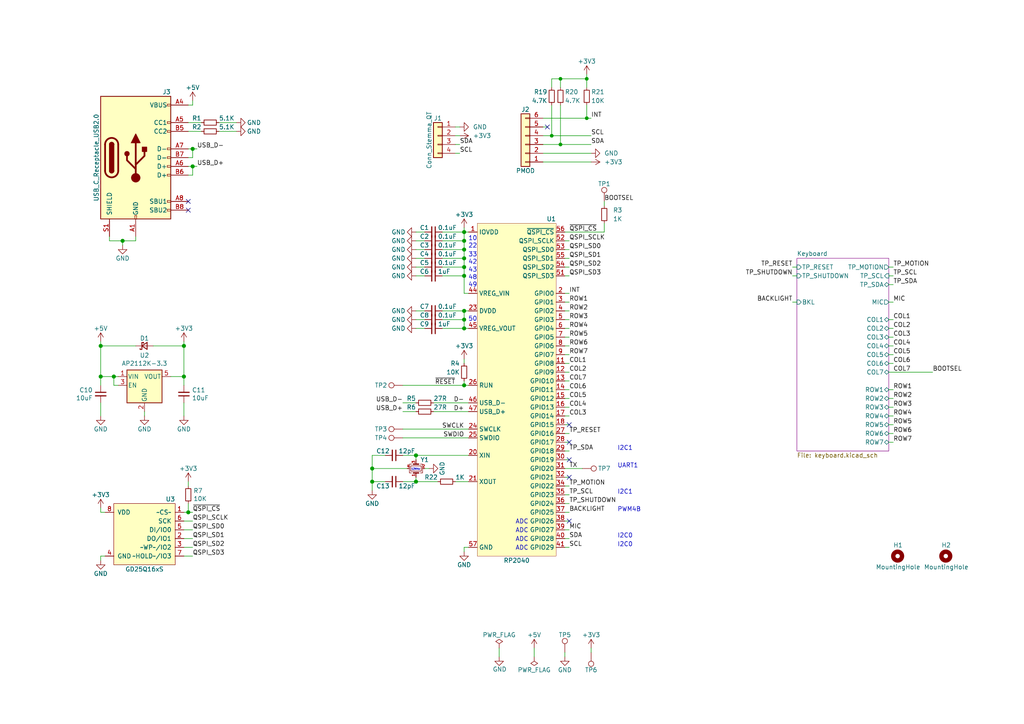
<source format=kicad_sch>
(kicad_sch (version 20250114) (generator "eeschema") (generator_version "9.0")
  (paper "A4")
  (lib_symbols
    (symbol "Connector:TestPoint" (pin_numbers (hide yes)) (pin_names (offset 0.762) (hide yes))
      (property "Reference" "TP" (at 0 6.858 0))
      (property "Value" "TestPoint" (at 0 5.08 0))
      (symbol "TestPoint_0_1"
        (circle (center 0 3.302) (radius 0.762))
      )
      (symbol "TestPoint_1_1"
        (pin passive line (at 0 0 90) (length 2.54) (name "1") (number "1"))
      )
    )
    (symbol "Connector:USB_C_Receptacle_USB2.0" (pin_names (offset 1.016))
      (property "Reference" "J" (at -10.16 19.05 0))
      (property "Value" "USB_C_Receptacle_USB2.0" (at 19.05 19.05 0))
      (symbol "USB_C_Receptacle_USB2.0_0_0"
        (rectangle (start -0.254 -17.78) (end 0.254 -16.764))
        (rectangle (start 10.16 15.494) (end 9.144 14.986))
        (rectangle (start 10.16 10.414) (end 9.144 9.906))
        (rectangle (start 10.16 7.874) (end 9.144 7.366))
        (rectangle (start 10.16 2.794) (end 9.144 2.286))
        (rectangle (start 10.16 0.254) (end 9.144 -0.254))
        (rectangle (start 10.16 -2.286) (end 9.144 -2.794))
        (rectangle (start 10.16 -4.826) (end 9.144 -5.334))
        (rectangle (start 10.16 -12.446) (end 9.144 -12.954))
        (rectangle (start 10.16 -14.986) (end 9.144 -15.494))
      )
      (symbol "USB_C_Receptacle_USB2.0_0_1"
        (rectangle (start -10.16 17.78) (end 10.16 -17.78) (stroke (width 0.254)) (fill (type background)))
        (polyline (pts (xy -8.89 -3.81) (xy -8.89 3.81)) (stroke (width 0.508)))
        (rectangle (start -7.62 -3.81) (end -6.35 3.81) (stroke (width 0.254)) (fill (type outline)))
        (arc (start -8.89 3.81) (mid -6.985 5.715) (end -5.08 3.81) (stroke (width 0.508)))
        (arc (start -7.62 3.81) (mid -6.985 4.445) (end -6.35 3.81) (stroke (width 0.254)))
        (arc (start -7.62 3.81) (mid -6.985 4.445) (end -6.35 3.81) (stroke (width 0.254)) (fill (type outline)))
        (arc (start -6.35 -3.81) (mid -6.985 -4.445) (end -7.62 -3.81) (stroke (width 0.254)))
        (arc (start -6.35 -3.81) (mid -6.985 -4.445) (end -7.62 -3.81) (stroke (width 0.254)) (fill (type outline)))
        (arc (start -5.08 -3.81) (mid -6.985 -5.715) (end -8.89 -3.81) (stroke (width 0.508)))
        (polyline (pts (xy -5.08 3.81) (xy -5.08 -3.81)) (stroke (width 0.508)))
        (circle (center -2.54 1.143) (radius 0.635) (stroke (width 0.254)) (fill (type outline)))
        (polyline (pts (xy -1.27 4.318) (xy 0 6.858) (xy 1.27 4.318) (xy -1.27 4.318)) (stroke (width 0.254)) (fill (type outline)))
        (polyline (pts (xy 0 -2.032) (xy 2.54 0.508) (xy 2.54 1.778)) (stroke (width 0.508)))
        (polyline (pts (xy 0 -3.302) (xy -2.54 -0.762) (xy -2.54 0.508)) (stroke (width 0.508)))
        (polyline (pts (xy 0 -5.842) (xy 0 4.318)) (stroke (width 0.508)))
        (circle (center 0 -5.842) (radius 1.27) (fill (type outline)))
        (rectangle (start 1.905 1.778) (end 3.175 3.048) (stroke (width 0.254)) (fill (type outline)))
      )
      (symbol "USB_C_Receptacle_USB2.0_1_1"
        (pin passive line (at -7.62 -22.86 90) (length 5.08) (name "SHIELD") (number "S1"))
        (pin passive line (at 0 -22.86 90) (length 5.08) (name "GND") (number "A1"))
        (pin passive line (at 0 -22.86 90) (length 5.08) (hide yes) (name "GND") (number "A12"))
        (pin passive line (at 0 -22.86 90) (length 5.08) (hide yes) (name "GND") (number "B1"))
        (pin passive line (at 0 -22.86 90) (length 5.08) (hide yes) (name "GND") (number "B12"))
        (pin passive line (at 15.24 15.24 180) (length 5.08) (name "VBUS") (number "A4"))
        (pin passive line (at 15.24 15.24 180) (length 5.08) (hide yes) (name "VBUS") (number "A9"))
        (pin passive line (at 15.24 15.24 180) (length 5.08) (hide yes) (name "VBUS") (number "B4"))
        (pin passive line (at 15.24 15.24 180) (length 5.08) (hide yes) (name "VBUS") (number "B9"))
        (pin bidirectional line (at 15.24 10.16 180) (length 5.08) (name "CC1") (number "A5"))
        (pin bidirectional line (at 15.24 7.62 180) (length 5.08) (name "CC2") (number "B5"))
        (pin bidirectional line (at 15.24 2.54 180) (length 5.08) (name "D-") (number "A7"))
        (pin bidirectional line (at 15.24 0 180) (length 5.08) (name "D-") (number "B7"))
        (pin bidirectional line (at 15.24 -2.54 180) (length 5.08) (name "D+") (number "A6"))
        (pin bidirectional line (at 15.24 -5.08 180) (length 5.08) (name "D+") (number "B6"))
        (pin bidirectional line (at 15.24 -12.7 180) (length 5.08) (name "SBU1") (number "A8"))
        (pin bidirectional line (at 15.24 -15.24 180) (length 5.08) (name "SBU2") (number "B8"))
      )
    )
    (symbol "Connector_Generic:Conn_01x04" (pin_names (offset 1.016) (hide yes))
      (property "Reference" "J" (at 0 5.08 0))
      (property "Value" "Conn_01x04" (at 0 -7.62 0))
      (symbol "Conn_01x04_1_1"
        (rectangle (start -1.27 3.81) (end 1.27 -6.35) (stroke (width 0.254)) (fill (type background)))
        (rectangle (start -1.27 2.667) (end 0 2.413) (stroke (width 0.1524)))
        (rectangle (start -1.27 0.127) (end 0 -0.127) (stroke (width 0.1524)))
        (rectangle (start -1.27 -2.413) (end 0 -2.667) (stroke (width 0.1524)))
        (rectangle (start -1.27 -4.953) (end 0 -5.207) (stroke (width 0.1524)))
        (pin passive line (at -5.08 2.54 0) (length 3.81) (name "Pin_1") (number "1"))
        (pin passive line (at -5.08 0 0) (length 3.81) (name "Pin_2") (number "2"))
        (pin passive line (at -5.08 -2.54 0) (length 3.81) (name "Pin_3") (number "3"))
        (pin passive line (at -5.08 -5.08 0) (length 3.81) (name "Pin_4") (number "4"))
      )
    )
    (symbol "Connector_Generic:Conn_01x06" (pin_names (offset 1.016) (hide yes))
      (property "Reference" "J" (at 0 7.62 0))
      (property "Value" "Conn_01x06" (at 0 -10.16 0))
      (symbol "Conn_01x06_1_1"
        (rectangle (start -1.27 6.35) (end 1.27 -8.89) (stroke (width 0.254)) (fill (type background)))
        (rectangle (start -1.27 5.207) (end 0 4.953) (stroke (width 0.1524)))
        (rectangle (start -1.27 2.667) (end 0 2.413) (stroke (width 0.1524)))
        (rectangle (start -1.27 0.127) (end 0 -0.127) (stroke (width 0.1524)))
        (rectangle (start -1.27 -2.413) (end 0 -2.667) (stroke (width 0.1524)))
        (rectangle (start -1.27 -4.953) (end 0 -5.207) (stroke (width 0.1524)))
        (rectangle (start -1.27 -7.493) (end 0 -7.747) (stroke (width 0.1524)))
        (pin passive line (at -5.08 5.08 0) (length 3.81) (name "Pin_1") (number "1"))
        (pin passive line (at -5.08 2.54 0) (length 3.81) (name "Pin_2") (number "2"))
        (pin passive line (at -5.08 0 0) (length 3.81) (name "Pin_3") (number "3"))
        (pin passive line (at -5.08 -2.54 0) (length 3.81) (name "Pin_4") (number "4"))
        (pin passive line (at -5.08 -5.08 0) (length 3.81) (name "Pin_5") (number "5"))
        (pin passive line (at -5.08 -7.62 0) (length 3.81) (name "Pin_6") (number "6"))
      )
    )
    (symbol "Device:C_Small" (pin_numbers (hide yes)) (pin_names (offset 0.254) (hide yes))
      (property "Reference" "C" (at 0.254 1.778 0))
      (property "Value" "C_Small" (at 0.254 -2.032 0))
      (symbol "C_Small_0_1"
        (polyline (pts (xy -1.524 0.508) (xy 1.524 0.508)) (stroke (width 0.3048)))
        (polyline (pts (xy -1.524 -0.508) (xy 1.524 -0.508)) (stroke (width 0.3302)))
      )
      (symbol "C_Small_1_1"
        (pin passive line (at 0 2.54 270) (length 2.032) (name "~") (number "1"))
        (pin passive line (at 0 -2.54 90) (length 2.032) (name "~") (number "2"))
      )
    )
    (symbol "Device:Crystal_GND24_Small" (pin_names (offset 1.016) (hide yes))
      (property "Reference" "Y" (at 1.27 4.445 0))
      (property "Value" "Crystal_GND24_Small" (at 1.27 2.54 0))
      (symbol "Crystal_GND24_Small_0_1"
        (polyline (pts (xy -1.27 1.27) (xy -1.27 1.905) (xy 1.27 1.905) (xy 1.27 1.27)))
        (polyline (pts (xy -1.27 -0.762) (xy -1.27 0.762)) (stroke (width 0.381)))
        (polyline (pts (xy -1.27 -1.27) (xy -1.27 -1.905) (xy 1.27 -1.905) (xy 1.27 -1.27)))
        (rectangle (start -0.762 -1.524) (end 0.762 1.524))
        (polyline (pts (xy 1.27 -0.762) (xy 1.27 0.762)) (stroke (width 0.381)))
      )
      (symbol "Crystal_GND24_Small_1_1"
        (pin passive line (at -2.54 0 0) (length 1.27) (name "1") (number "1"))
        (pin passive line (at 0 2.54 270) (length 0.635) (name "4") (number "4"))
        (pin passive line (at 0 -2.54 90) (length 0.635) (name "2") (number "2"))
        (pin passive line (at 2.54 0 180) (length 1.27) (name "3") (number "3"))
      )
    )
    (symbol "Device:D_Schottky_Small" (pin_numbers (hide yes)) (pin_names (offset 0.254) (hide yes))
      (property "Reference" "D" (at -1.27 2.032 0))
      (property "Value" "D_Schottky_Small" (at -7.112 -2.032 0))
      (symbol "D_Schottky_Small_0_1"
        (polyline (pts (xy -1.27 0.762) (xy -1.27 1.016) (xy -0.762 1.016) (xy -0.762 -1.016) (xy -0.254 -1.016) (xy -0.254 -0.762)) (stroke (width 0.254)))
        (polyline (pts (xy -0.762 0) (xy 0.762 0)))
        (polyline (pts (xy 0.762 -1.016) (xy -0.762 0) (xy 0.762 1.016) (xy 0.762 -1.016)) (stroke (width 0.254)))
      )
      (symbol "D_Schottky_Small_1_1"
        (pin passive line (at -2.54 0 0) (length 1.778) (name "K") (number "1"))
        (pin passive line (at 2.54 0 180) (length 1.778) (name "A") (number "2"))
      )
    )
    (symbol "Device:R_Small" (pin_numbers (hide yes)) (pin_names (offset 0.254) (hide yes))
      (property "Reference" "R" (at 0.762 0.508 0))
      (property "Value" "R_Small" (at 0.762 -1.016 0))
      (symbol "R_Small_0_1"
        (rectangle (start -0.762 1.778) (end 0.762 -1.778) (stroke (width 0.2032)))
      )
      (symbol "R_Small_1_1"
        (pin passive line (at 0 2.54 270) (length 0.762) (name "~") (number "1"))
        (pin passive line (at 0 -2.54 90) (length 0.762) (name "~") (number "2"))
      )
    )
    (symbol "MCU_RaspberryPi:RP2040"
      (property "Reference" "U" (at 11.43 1.27 0))
      (property "Value" "RP2040" (at 0 -97.79 0))
      (symbol "RP2040_0_0"
        (pin power_in line (at -13.97 -2.54 0) (length 2.54) (name "IOVDD") (number "1"))
        (pin passive line (at -13.97 -2.54 0) (length 2.54) (hide yes) (name "IOVDD") (number "10"))
        (pin bidirectional line (at 13.97 -20.32 180) (length 2.54) (name "GPIO0") (number "2"))
        (pin bidirectional line (at 13.97 -22.86 180) (length 2.54) (name "GPIO1") (number "3"))
        (pin bidirectional line (at 13.97 -25.4 180) (length 2.54) (name "GPIO2") (number "4"))
        (pin bidirectional line (at 13.97 -27.94 180) (length 2.54) (name "GPIO3") (number "5"))
        (pin bidirectional line (at 13.97 -30.48 180) (length 2.54) (name "GPIO4") (number "6"))
        (pin bidirectional line (at 13.97 -33.02 180) (length 2.54) (name "GPIO5") (number "7"))
        (pin bidirectional line (at 13.97 -35.56 180) (length 2.54) (name "GPIO6") (number "8"))
        (pin bidirectional line (at 13.97 -38.1 180) (length 2.54) (name "GPIO7") (number "9"))
        (pin bidirectional line (at 13.97 -40.64 180) (length 2.54) (name "GPIO8") (number "11"))
      )
      (symbol "RP2040_0_1"
        (rectangle (start -11.43 0) (end 11.43 -96.52) (stroke (width 0.001)) (fill (type background)))
      )
      (symbol "RP2040_1_1"
        (pin passive line (at -13.97 -2.54 0) (length 2.54) (hide yes) (name "IOVDD") (number "22"))
        (pin passive line (at -13.97 -2.54 0) (length 2.54) (hide yes) (name "IOVDD") (number "33"))
        (pin passive line (at -13.97 -2.54 0) (length 2.54) (hide yes) (name "IOVDD") (number "42"))
        (pin passive line (at -13.97 -2.54 0) (length 2.54) (hide yes) (name "ADC_AVDD") (number "43"))
        (pin passive line (at -13.97 -2.54 0) (length 2.54) (hide yes) (name "USB_VDD") (number "48"))
        (pin passive line (at -13.97 -2.54 0) (length 2.54) (hide yes) (name "IOVDD") (number "49"))
        (pin power_in line (at -13.97 -20.32 0) (length 2.54) (name "VREG_VIN") (number "44"))
        (pin power_in line (at -13.97 -25.4 0) (length 2.54) (name "DVDD") (number "23"))
        (pin passive line (at -13.97 -25.4 0) (length 2.54) (hide yes) (name "DVDD") (number "50"))
        (pin power_out line (at -13.97 -30.48 0) (length 2.54) (name "VREG_VOUT") (number "45"))
        (pin input line (at -13.97 -46.99 0) (length 2.54) (name "RUN") (number "26"))
        (pin bidirectional line (at -13.97 -52.07 0) (length 2.54) (name "USB_D-") (number "46"))
        (pin bidirectional line (at -13.97 -54.61 0) (length 2.54) (name "USB_D+") (number "47"))
        (pin input line (at -13.97 -59.69 0) (length 2.54) (name "SWCLK") (number "24"))
        (pin bidirectional line (at -13.97 -62.23 0) (length 2.54) (name "SWDIO") (number "25"))
        (pin input line (at -13.97 -67.31 0) (length 2.54) (name "XIN") (number "20"))
        (pin output line (at -13.97 -74.93 0) (length 2.54) (name "XOUT") (number "21"))
        (pin passive line (at -13.97 -93.98 0) (length 2.54) (hide yes) (name "TESTEN") (number "19"))
        (pin power_in line (at -13.97 -93.98 0) (length 2.54) (name "GND") (number "57"))
        (pin input line (at 13.97 -2.54 180) (length 2.54) (name "~{QSPI_CS}") (number "56"))
        (pin output line (at 13.97 -5.08 180) (length 2.54) (name "QSPI_SCLK") (number "52"))
        (pin bidirectional line (at 13.97 -7.62 180) (length 2.54) (name "QSPI_SD0") (number "53"))
        (pin bidirectional line (at 13.97 -10.16 180) (length 2.54) (name "QSPI_SD1") (number "55"))
        (pin bidirectional line (at 13.97 -12.7 180) (length 2.54) (name "QSPI_SD2") (number "54"))
        (pin bidirectional line (at 13.97 -15.24 180) (length 2.54) (name "QSPI_SD3") (number "51"))
        (pin bidirectional line (at 13.97 -43.18 180) (length 2.54) (name "GPIO9") (number "12"))
        (pin bidirectional line (at 13.97 -45.72 180) (length 2.54) (name "GPIO10") (number "13"))
        (pin bidirectional line (at 13.97 -48.26 180) (length 2.54) (name "GPIO11") (number "14"))
        (pin bidirectional line (at 13.97 -50.8 180) (length 2.54) (name "GPIO12") (number "15"))
        (pin bidirectional line (at 13.97 -53.34 180) (length 2.54) (name "GPIO13") (number "16"))
        (pin bidirectional line (at 13.97 -55.88 180) (length 2.54) (name "GPIO14") (number "17"))
        (pin bidirectional line (at 13.97 -58.42 180) (length 2.54) (name "GPIO15") (number "18"))
        (pin bidirectional line (at 13.97 -60.96 180) (length 2.54) (name "GPIO16") (number "27"))
        (pin bidirectional line (at 13.97 -63.5 180) (length 2.54) (name "GPIO17") (number "28"))
        (pin bidirectional line (at 13.97 -66.04 180) (length 2.54) (name "GPIO18") (number "29"))
        (pin bidirectional line (at 13.97 -68.58 180) (length 2.54) (name "GPIO19") (number "30"))
        (pin bidirectional line (at 13.97 -71.12 180) (length 2.54) (name "GPIO20") (number "31"))
        (pin bidirectional line (at 13.97 -73.66 180) (length 2.54) (name "GPIO21") (number "32"))
        (pin bidirectional line (at 13.97 -76.2 180) (length 2.54) (name "GPIO22") (number "34"))
        (pin bidirectional line (at 13.97 -78.74 180) (length 2.54) (name "GPIO23") (number "35"))
        (pin bidirectional line (at 13.97 -81.28 180) (length 2.54) (name "GPIO24") (number "36"))
        (pin bidirectional line (at 13.97 -83.82 180) (length 2.54) (name "GPIO25") (number "37"))
        (pin bidirectional line (at 13.97 -86.36 180) (length 2.54) (name "GPIO26") (number "38"))
        (pin bidirectional line (at 13.97 -88.9 180) (length 2.54) (name "GPIO27") (number "39"))
        (pin bidirectional line (at 13.97 -91.44 180) (length 2.54) (name "GPIO28") (number "40"))
        (pin bidirectional line (at 13.97 -93.98 180) (length 2.54) (name "GPIO29") (number "41"))
      )
    )
    (symbol "Mechanical:MountingHole" (pin_names (offset 1.016))
      (property "Reference" "H" (at 0 5.08 0))
      (property "Value" "MountingHole" (at 0 3.175 0))
      (symbol "MountingHole_0_1"
        (circle (center 0 0) (radius 1.27) (stroke (width 1.27)))
      )
    )
    (symbol "Memory_Flash_Extra:W25Q64JV" (pin_names (offset 1.016))
      (property "Reference" "U" (at 8.89 10.16 0))
      (property "Value" "W25Q64JV" (at 0 -10.16 0))
      (symbol "W25Q64JV_0_1"
        (rectangle (start -8.89 8.89) (end 8.89 -8.89) (fill (type background)))
      )
      (symbol "W25Q64JV_1_1"
        (pin power_in line (at -11.43 6.35 0) (length 2.54) (name "VDD") (number "8"))
        (pin power_in line (at -11.43 -6.35 0) (length 2.54) (name "GND") (number "4"))
        (pin passive line (at -11.43 -6.35 0) (length 2.54) (hide yes) (name "GND") (number "9"))
        (pin input line (at 11.43 6.35 180) (length 2.54) (name "~CS~") (number "1"))
        (pin input line (at 11.43 3.81 180) (length 2.54) (name "SCK") (number "6"))
        (pin bidirectional line (at 11.43 1.27 180) (length 2.54) (name "DI/IO0") (number "5"))
        (pin bidirectional line (at 11.43 -1.27 180) (length 2.54) (name "DO/IO1") (number "2"))
        (pin bidirectional line (at 11.43 -3.81 180) (length 2.54) (name "~WP~/IO2") (number "3"))
        (pin bidirectional line (at 11.43 -6.35 180) (length 2.54) (name "~HOLD~/IO3") (number "7"))
      )
    )
    (symbol "Regulator_Linear:AP2112K-3.3" (pin_names (offset 0.254))
      (property "Reference" "U" (at -5.08 5.715 0))
      (property "Value" "AP2112K-3.3" (at 0 5.715 0))
      (symbol "AP2112K-3.3_0_1"
        (rectangle (start -5.08 4.445) (end 5.08 -5.08) (stroke (width 0.254)) (fill (type background)))
      )
      (symbol "AP2112K-3.3_1_1"
        (pin power_in line (at -7.62 2.54 0) (length 2.54) (name "VIN") (number "1"))
        (pin input line (at -7.62 0 0) (length 2.54) (name "EN") (number "3"))
        (pin power_in line (at 0 -7.62 90) (length 2.54) (name "GND") (number "2"))
        (pin no_connect line (at 5.08 0 180) (length 2.54) (hide yes) (name "NC") (number "4"))
        (pin power_out line (at 7.62 2.54 180) (length 2.54) (name "VOUT") (number "5"))
      )
    )
    (symbol "power:+3.3V" (power) (pin_names (offset 0))
      (property "Value" "+3.3V" (at 0 3.556 0))
      (symbol "+3.3V_0_1"
        (polyline (pts (xy -0.762 1.27) (xy 0 2.54)))
        (polyline (pts (xy 0 2.54) (xy 0.762 1.27)))
        (polyline (pts (xy 0 0) (xy 0 2.54)))
      )
      (symbol "+3.3V_1_1"
        (pin power_in line (at 0 0 90) (length 0) (hide yes) (name "+3V3") (number "1"))
      )
    )
    (symbol "power:+3V3" (power) (pin_names (offset 0))
      (property "Value" "+3V3" (at 0 3.556 0))
      (symbol "+3V3_0_1"
        (polyline (pts (xy -0.762 1.27) (xy 0 2.54)))
        (polyline (pts (xy 0 2.54) (xy 0.762 1.27)))
        (polyline (pts (xy 0 0) (xy 0 2.54)))
      )
      (symbol "+3V3_1_1"
        (pin power_in line (at 0 0 90) (length 0) (hide yes) (name "+3V3") (number "1"))
      )
    )
    (symbol "power:+5V" (power) (pin_names (offset 0))
      (property "Value" "+5V" (at 0 3.556 0))
      (symbol "+5V_0_1"
        (polyline (pts (xy -0.762 1.27) (xy 0 2.54)))
        (polyline (pts (xy 0 2.54) (xy 0.762 1.27)))
        (polyline (pts (xy 0 0) (xy 0 2.54)))
      )
      (symbol "+5V_1_1"
        (pin power_in line (at 0 0 90) (length 0) (hide yes) (name "+5V") (number "1"))
      )
    )
    (symbol "power:GND" (power) (pin_names (offset 0))
      (property "Value" "GND" (at 0 -3.81 0))
      (symbol "GND_0_1"
        (polyline (pts (xy 0 0) (xy 0 -1.27) (xy 1.27 -1.27) (xy 0 -2.54) (xy -1.27 -1.27) (xy 0 -1.27)))
      )
      (symbol "GND_1_1"
        (pin power_in line (at 0 0 270) (length 0) (hide yes) (name "GND") (number "1"))
      )
    )
    (symbol "power:PWR_FLAG" (power) (pin_numbers (hide yes)) (pin_names (offset 0) (hide yes))
      (property "Value" "PWR_FLAG" (at 0 3.81 0))
      (symbol "PWR_FLAG_0_0"
        (pin power_out line (at 0 0 90) (length 0) (name "pwr") (number "1"))
      )
      (symbol "PWR_FLAG_0_1"
        (polyline (pts (xy 0 0) (xy 0 1.27) (xy -1.016 1.905) (xy 0 2.54) (xy 1.016 1.905) (xy 0 1.27)))
      )
    )
  )
  (text "42" (at 138.43 76.835 0) (effects (font (size 1.27 1.27)) (justify right bottom)))
  (text "I2C0\n" (at 179.07 158.75 0) (effects (font (size 1.27 1.27)) (justify left bottom)))
  (text "33" (at 138.43 74.676 0) (effects (font (size 1.27 1.27)) (justify right bottom)))
  (text "I2C1\n" (at 179.07 143.51 0) (effects (font (size 1.27 1.27)) (justify left bottom)))
  (text "43" (at 138.43 79.121 0) (effects (font (size 1.27 1.27)) (justify right bottom)))
  (text "50" (at 138.43 93.345 0) (effects (font (size 1.27 1.27)) (justify right bottom)))
  (text "I2C0\n" (at 179.07 156.21 0) (effects (font (size 1.27 1.27)) (justify left bottom)))
  (text "PWM4B" (at 179.07 148.59 0) (effects (font (size 1.27 1.27)) (justify left bottom)))
  (text "22" (at 138.43 72.136 0) (effects (font (size 1.27 1.27)) (justify right bottom)))
  (text "48" (at 138.43 81.28 0) (effects (font (size 1.27 1.27)) (justify right bottom)))
  (text "49" (at 138.43 83.439 0) (effects (font (size 1.27 1.27)) (justify right bottom)))
  (text "UART1" (at 179.07 135.89 0) (effects (font (size 1.27 1.27)) (justify left bottom)))
  (text "ADC" (at 149.479 154.686 0) (effects (font (size 1.27 1.27)) (justify left bottom)))
  (text "10" (at 138.43 69.977 0) (effects (font (size 1.27 1.27)) (justify right bottom)))
  (text "12MHz" (at 121.92 136.525 0) (effects (font (size 0.508 0.508)) (justify right bottom)))
  (text "ADC" (at 149.479 159.766 0) (effects (font (size 1.27 1.27)) (justify left bottom)))
  (text "ADC" (at 149.479 152.146 0) (effects (font (size 1.27 1.27)) (justify left bottom)))
  (text "I2C1\n" (at 179.07 130.81 0) (effects (font (size 1.27 1.27)) (justify left bottom)))
  (text "ADC" (at 149.479 157.226 0) (effects (font (size 1.27 1.27)) (justify left bottom)))
  (junction (at 134.62 90.17) (diameter 1.016))
  (junction (at 134.62 95.25) (diameter 1.016))
  (junction (at 162.56 41.91))
  (junction (at 53.34 109.22) (diameter 1.016))
  (junction (at 134.62 74.93) (diameter 1.016))
  (junction (at 170.18 34.29))
  (junction (at 33.02 109.22) (diameter 1.016))
  (junction (at 35.56 69.85) (diameter 1.016))
  (junction (at 134.62 77.47) (diameter 1.016))
  (junction (at 134.62 111.76) (diameter 1.016))
  (junction (at 160.02 39.37))
  (junction (at 29.21 109.22) (diameter 1.016))
  (junction (at 120.65 139.7) (diameter 1.016))
  (junction (at 55.88 43.18) (diameter 1.016))
  (junction (at 162.56 22.86))
  (junction (at 134.62 69.85) (diameter 1.016))
  (junction (at 107.95 139.7) (diameter 1.016))
  (junction (at 120.65 132.08) (diameter 1.016))
  (junction (at 134.62 67.31) (diameter 1.016))
  (junction (at 134.62 80.01) (diameter 1.016))
  (junction (at 134.62 92.71) (diameter 1.016))
  (junction (at 134.62 72.39) (diameter 1.016))
  (junction (at 54.61 148.59) (diameter 1.016))
  (junction (at 29.21 100.33) (diameter 1.016))
  (junction (at 53.34 100.33) (diameter 1.016))
  (junction (at 107.95 135.89) (diameter 1.016))
  (junction (at 55.88 48.26) (diameter 1.016))
  (junction (at 170.18 22.86))
  (no_connect (at 165.1 128.27))
  (no_connect (at 165.1 133.35))
  (no_connect (at 165.1 138.43))
  (no_connect (at 54.61 60.96))
  (no_connect (at 158.75 36.83))
  (no_connect (at 165.1 123.19))
  (no_connect (at 54.61 58.42))
  (no_connect (at 165.1 151.13))
  (wire (pts (xy 163.83 153.67) (xy 165.1 153.67)))
  (wire (pts (xy 134.62 111.76) (xy 135.89 111.76)))
  (wire (pts (xy 53.34 158.75) (xy 55.88 158.75)))
  (wire (pts (xy 175.26 58.42) (xy 175.26 59.69)))
  (wire (pts (xy 128.27 90.17) (xy 134.62 90.17)))
  (wire (pts (xy 134.62 95.25) (xy 134.62 92.71)))
  (wire (pts (xy 120.65 74.93) (xy 123.19 74.93)))
  (wire (pts (xy 257.81 100.33) (xy 259.08 100.33)))
  (wire (pts (xy 163.83 97.79) (xy 165.1 97.79)))
  (wire (pts (xy 163.83 143.51) (xy 165.1 143.51)))
  (wire (pts (xy 116.84 124.46) (xy 135.89 124.46)))
  (wire (pts (xy 257.81 123.19) (xy 259.08 123.19)))
  (wire (pts (xy 134.62 80.01) (xy 134.62 85.09)))
  (wire (pts (xy 53.34 148.59) (xy 54.61 148.59)))
  (wire (pts (xy 29.21 109.22) (xy 33.02 109.22)))
  (wire (pts (xy 163.83 138.43) (xy 165.1 138.43)))
  (wire (pts (xy 123.19 135.89) (xy 124.46 135.89)))
  (wire (pts (xy 163.83 133.35) (xy 165.1 133.35)))
  (wire (pts (xy 163.83 90.17) (xy 165.1 90.17)))
  (wire (pts (xy 39.37 68.58) (xy 39.37 69.85)))
  (wire (pts (xy 170.18 30.48) (xy 170.18 34.29)))
  (wire (pts (xy 163.83 156.21) (xy 165.1 156.21)))
  (wire (pts (xy 163.83 151.13) (xy 165.1 151.13)))
  (wire (pts (xy 257.81 80.01) (xy 259.08 80.01)))
  (wire (pts (xy 163.83 130.81) (xy 165.1 130.81)))
  (wire (pts (xy 118.11 135.89) (xy 107.95 135.89)))
  (wire (pts (xy 120.65 139.7) (xy 127 139.7)))
  (wire (pts (xy 35.56 69.85) (xy 31.75 69.85)))
  (wire (pts (xy 134.62 104.14) (xy 134.62 105.41)))
  (wire (pts (xy 257.81 125.73) (xy 259.08 125.73)))
  (wire (pts (xy 53.34 116.84) (xy 53.34 120.65)))
  (wire (pts (xy 157.48 41.91) (xy 162.56 41.91)))
  (wire (pts (xy 162.56 41.91) (xy 171.45 41.91)))
  (wire (pts (xy 134.62 67.31) (xy 135.89 67.31)))
  (wire (pts (xy 229.87 80.01) (xy 231.14 80.01)))
  (wire (pts (xy 128.27 67.31) (xy 134.62 67.31)))
  (wire (pts (xy 120.65 80.01) (xy 123.19 80.01)))
  (wire (pts (xy 163.83 189.23) (xy 163.83 190.5)))
  (wire (pts (xy 162.56 22.86) (xy 170.18 22.86)))
  (wire (pts (xy 54.61 48.26) (xy 55.88 48.26)))
  (wire (pts (xy 134.62 158.75) (xy 134.62 160.02)))
  (wire (pts (xy 55.88 148.59) (xy 54.61 148.59)))
  (wire (pts (xy 165.1 72.39) (xy 163.83 72.39)))
  (wire (pts (xy 31.75 69.85) (xy 31.75 68.58)))
  (wire (pts (xy 163.83 140.97) (xy 165.1 140.97)))
  (wire (pts (xy 163.83 128.27) (xy 165.1 128.27)))
  (wire (pts (xy 171.45 187.96) (xy 171.45 189.23)))
  (wire (pts (xy 120.65 95.25) (xy 123.19 95.25)))
  (wire (pts (xy 54.61 30.48) (xy 55.88 30.48)))
  (wire (pts (xy 257.81 113.03) (xy 259.08 113.03)))
  (wire (pts (xy 135.89 158.75) (xy 134.62 158.75)))
  (wire (pts (xy 229.87 77.47) (xy 231.14 77.47)))
  (wire (pts (xy 257.81 87.63) (xy 259.08 87.63)))
  (wire (pts (xy 134.62 77.47) (xy 134.62 80.01)))
  (wire (pts (xy 128.27 95.25) (xy 134.62 95.25)))
  (wire (pts (xy 163.83 110.49) (xy 165.1 110.49)))
  (wire (pts (xy 165.1 69.85) (xy 163.83 69.85)))
  (wire (pts (xy 63.5 38.1) (xy 68.58 38.1)))
  (wire (pts (xy 165.1 80.01) (xy 163.83 80.01)))
  (wire (pts (xy 54.61 139.7) (xy 54.61 140.97)))
  (wire (pts (xy 257.81 115.57) (xy 259.08 115.57)))
  (wire (pts (xy 55.88 48.26) (xy 57.15 48.26)))
  (wire (pts (xy 162.56 30.48) (xy 162.56 41.91)))
  (wire (pts (xy 44.45 100.33) (xy 53.34 100.33)))
  (wire (pts (xy 163.83 135.89) (xy 168.91 135.89)))
  (wire (pts (xy 163.83 115.57) (xy 165.1 115.57)))
  (wire (pts (xy 120.65 92.71) (xy 123.19 92.71)))
  (wire (pts (xy 134.62 90.17) (xy 135.89 90.17)))
  (wire (pts (xy 120.65 72.39) (xy 123.19 72.39)))
  (wire (pts (xy 34.29 111.76) (xy 33.02 111.76)))
  (wire (pts (xy 163.83 146.05) (xy 165.1 146.05)))
  (wire (pts (xy 257.81 82.55) (xy 259.08 82.55)))
  (wire (pts (xy 116.84 127) (xy 135.89 127)))
  (wire (pts (xy 157.48 34.29) (xy 170.18 34.29)))
  (wire (pts (xy 170.18 34.29) (xy 171.45 34.29)))
  (wire (pts (xy 170.18 21.59) (xy 170.18 22.86)))
  (wire (pts (xy 170.18 22.86) (xy 170.18 25.4)))
  (wire (pts (xy 29.21 100.33) (xy 29.21 109.22)))
  (wire (pts (xy 120.65 77.47) (xy 123.19 77.47)))
  (wire (pts (xy 257.81 95.25) (xy 259.08 95.25)))
  (wire (pts (xy 120.65 67.31) (xy 123.19 67.31)))
  (wire (pts (xy 53.34 109.22) (xy 53.34 111.76)))
  (wire (pts (xy 55.88 30.48) (xy 55.88 29.21)))
  (wire (pts (xy 163.83 125.73) (xy 165.1 125.73)))
  (wire (pts (xy 120.65 132.08) (xy 135.89 132.08)))
  (wire (pts (xy 128.27 74.93) (xy 134.62 74.93)))
  (wire (pts (xy 120.65 69.85) (xy 123.19 69.85)))
  (wire (pts (xy 107.95 132.08) (xy 107.95 135.89)))
  (wire (pts (xy 55.88 50.8) (xy 55.88 48.26)))
  (wire (pts (xy 53.34 151.13) (xy 55.88 151.13)))
  (wire (pts (xy 128.27 69.85) (xy 134.62 69.85)))
  (wire (pts (xy 125.73 116.84) (xy 135.89 116.84)))
  (wire (pts (xy 135.89 85.09) (xy 134.62 85.09)))
  (wire (pts (xy 257.81 77.47) (xy 259.08 77.47)))
  (wire (pts (xy 30.48 148.59) (xy 29.21 148.59)))
  (wire (pts (xy 163.83 102.87) (xy 165.1 102.87)))
  (wire (pts (xy 116.84 119.38) (xy 120.65 119.38)))
  (wire (pts (xy 53.34 99.06) (xy 53.34 100.33)))
  (wire (pts (xy 53.34 100.33) (xy 53.34 109.22)))
  (wire (pts (xy 132.08 139.7) (xy 135.89 139.7)))
  (wire (pts (xy 29.21 100.33) (xy 29.21 99.06)))
  (wire (pts (xy 39.37 100.33) (xy 29.21 100.33)))
  (wire (pts (xy 29.21 109.22) (xy 29.21 111.76)))
  (wire (pts (xy 128.27 72.39) (xy 134.62 72.39)))
  (wire (pts (xy 165.1 77.47) (xy 163.83 77.47)))
  (wire (pts (xy 157.48 39.37) (xy 160.02 39.37)))
  (wire (pts (xy 160.02 39.37) (xy 171.45 39.37)))
  (wire (pts (xy 257.81 118.11) (xy 259.08 118.11)))
  (wire (pts (xy 134.62 66.04) (xy 134.62 67.31)))
  (wire (pts (xy 257.81 92.71) (xy 259.08 92.71)))
  (wire (pts (xy 116.84 139.7) (xy 120.65 139.7)))
  (wire (pts (xy 54.61 148.59) (xy 54.61 146.05)))
  (wire (pts (xy 163.83 118.11) (xy 165.1 118.11)))
  (wire (pts (xy 128.27 92.71) (xy 134.62 92.71)))
  (wire (pts (xy 163.83 87.63) (xy 165.1 87.63)))
  (wire (pts (xy 144.78 187.96) (xy 144.78 190.5)))
  (wire (pts (xy 120.65 90.17) (xy 123.19 90.17)))
  (wire (pts (xy 163.83 148.59) (xy 165.1 148.59)))
  (wire (pts (xy 132.08 36.83) (xy 133.35 36.83)))
  (wire (pts (xy 157.48 36.83) (xy 158.75 36.83)))
  (wire (pts (xy 134.62 95.25) (xy 135.89 95.25)))
  (wire (pts (xy 54.61 50.8) (xy 55.88 50.8)))
  (wire (pts (xy 165.1 123.19) (xy 163.83 123.19)))
  (wire (pts (xy 163.83 85.09) (xy 165.1 85.09)))
  (wire (pts (xy 107.95 139.7) (xy 107.95 142.24)))
  (wire (pts (xy 120.65 132.08) (xy 120.65 133.35)))
  (wire (pts (xy 53.34 156.21) (xy 55.88 156.21)))
  (wire (pts (xy 29.21 116.84) (xy 29.21 120.65)))
  (wire (pts (xy 163.83 113.03) (xy 165.1 113.03)))
  (wire (pts (xy 116.84 111.76) (xy 134.62 111.76)))
  (wire (pts (xy 49.53 109.22) (xy 53.34 109.22)))
  (wire (pts (xy 55.88 45.72) (xy 55.88 43.18)))
  (wire (pts (xy 163.83 95.25) (xy 165.1 95.25)))
  (wire (pts (xy 29.21 161.29) (xy 29.21 162.56)))
  (wire (pts (xy 39.37 69.85) (xy 35.56 69.85)))
  (wire (pts (xy 163.83 100.33) (xy 165.1 100.33)))
  (wire (pts (xy 120.65 138.43) (xy 120.65 139.7)))
  (wire (pts (xy 54.61 35.56) (xy 58.42 35.56)))
  (wire (pts (xy 132.08 39.37) (xy 133.35 39.37)))
  (wire (pts (xy 157.48 46.99) (xy 171.45 46.99)))
  (wire (pts (xy 116.84 116.84) (xy 120.65 116.84)))
  (wire (pts (xy 57.15 43.18) (xy 55.88 43.18)))
  (wire (pts (xy 163.83 158.75) (xy 165.1 158.75)))
  (wire (pts (xy 35.56 69.85) (xy 35.56 71.12)))
  (wire (pts (xy 134.62 67.31) (xy 134.62 69.85)))
  (wire (pts (xy 134.62 72.39) (xy 134.62 74.93)))
  (wire (pts (xy 134.62 92.71) (xy 134.62 90.17)))
  (wire (pts (xy 125.73 119.38) (xy 135.89 119.38)))
  (wire (pts (xy 229.87 87.63) (xy 231.14 87.63)))
  (wire (pts (xy 257.81 107.95) (xy 270.51 107.95)))
  (wire (pts (xy 54.61 45.72) (xy 55.88 45.72)))
  (wire (pts (xy 154.94 187.96) (xy 154.94 190.5)))
  (wire (pts (xy 33.02 111.76) (xy 33.02 109.22)))
  (wire (pts (xy 63.5 35.56) (xy 68.58 35.56)))
  (wire (pts (xy 107.95 139.7) (xy 111.76 139.7)))
  (wire (pts (xy 163.83 107.95) (xy 165.1 107.95)))
  (wire (pts (xy 132.08 44.45) (xy 133.35 44.45)))
  (wire (pts (xy 257.81 120.65) (xy 259.08 120.65)))
  (wire (pts (xy 160.02 22.86) (xy 162.56 22.86)))
  (wire (pts (xy 160.02 25.4) (xy 160.02 22.86)))
  (wire (pts (xy 162.56 22.86) (xy 162.56 25.4)))
  (wire (pts (xy 30.48 161.29) (xy 29.21 161.29)))
  (wire (pts (xy 132.08 41.91) (xy 133.35 41.91)))
  (wire (pts (xy 53.34 153.67) (xy 55.88 153.67)))
  (wire (pts (xy 53.34 161.29) (xy 55.88 161.29)))
  (wire (pts (xy 128.27 77.47) (xy 134.62 77.47)))
  (wire (pts (xy 41.91 119.38) (xy 41.91 120.65)))
  (wire (pts (xy 160.02 30.48) (xy 160.02 39.37)))
  (wire (pts (xy 54.61 43.18) (xy 55.88 43.18)))
  (wire (pts (xy 134.62 74.93) (xy 134.62 77.47)))
  (wire (pts (xy 163.83 120.65) (xy 165.1 120.65)))
  (wire (pts (xy 134.62 69.85) (xy 134.62 72.39)))
  (wire (pts (xy 54.61 38.1) (xy 58.42 38.1)))
  (wire (pts (xy 34.29 109.22) (xy 33.02 109.22)))
  (wire (pts (xy 257.81 128.27) (xy 259.08 128.27)))
  (wire (pts (xy 107.95 132.08) (xy 111.76 132.08)))
  (wire (pts (xy 107.95 135.89) (xy 107.95 139.7)))
  (wire (pts (xy 134.62 111.76) (xy 134.62 110.49)))
  (wire (pts (xy 128.27 80.01) (xy 134.62 80.01)))
  (wire (pts (xy 175.26 67.31) (xy 175.26 64.77)))
  (wire (pts (xy 165.1 74.93) (xy 163.83 74.93)))
  (wire (pts (xy 257.81 105.41) (xy 259.08 105.41)))
  (wire (pts (xy 157.48 44.45) (xy 171.45 44.45)))
  (wire (pts (xy 163.83 92.71) (xy 165.1 92.71)))
  (wire (pts (xy 163.83 105.41) (xy 165.1 105.41)))
  (wire (pts (xy 163.83 67.31) (xy 175.26 67.31)))
  (wire (pts (xy 257.81 102.87) (xy 259.08 102.87)))
  (wire (pts (xy 29.21 148.59) (xy 29.21 147.32)))
  (wire (pts (xy 257.81 97.79) (xy 259.08 97.79)))
  (wire (pts (xy 116.84 132.08) (xy 120.65 132.08)))
  (label "USB_D-" (at 57.15 43.18 0))
  (label "D+" (at 134.62 119.38 180))
  (label "QSPI_SD2" (at 165.1 77.47 0))
  (label "MIC" (at 165.1 153.67 0))
  (label "COL3" (at 165.1 120.65 0))
  (label "COL4" (at 165.1 118.11 0))
  (label "ROW5" (at 259.08 123.19 0))
  (label "QSPI_SCLK" (at 165.1 69.85 0))
  (label "COL5" (at 165.1 115.57 0))
  (label "COL2" (at 165.1 107.95 0))
  (label "USB_D-" (at 116.84 116.84 180))
  (label "SCL" (at 133.35 44.45 0))
  (label "COL2" (at 259.08 95.25 0))
  (label "QSPI_SD3" (at 165.1 80.01 0))
  (label "QSPI_SD1" (at 55.88 156.21 0))
  (label "TP_MOTION" (at 165.1 140.97 0))
  (label "QSPI_SD0" (at 55.88 153.67 0))
  (label "ROW2" (at 165.1 90.17 0))
  (label "QSPI_SD2" (at 55.88 158.75 0))
  (label "ROW3" (at 165.1 92.71 0))
  (label "SDA" (at 171.45 41.91 0))
  (label "ROW4" (at 259.08 120.65 0))
  (label "ROW7" (at 165.1 102.87 0))
  (label "ROW1" (at 165.1 87.63 0))
  (label "INT" (at 165.1 85.09 0))
  (label "ROW5" (at 165.1 97.79 0))
  (label "USB_D+" (at 57.15 48.26 0))
  (label "SWDIO" (at 134.62 127 180))
  (label "ROW3" (at 259.08 118.11 0))
  (label "BOOTSEL" (at 175.26 58.42 0))
  (label "BACKLIGHT" (at 229.87 87.63 180))
  (label "COL6" (at 259.08 105.41 0))
  (label "SWCLK" (at 134.62 124.46 180))
  (label "TP_MOTION" (at 259.08 77.47 0))
  (label "SDA" (at 133.35 41.91 0))
  (label "COL5" (at 259.08 102.87 0))
  (label "COL1" (at 259.08 92.71 0))
  (label "ROW7" (at 259.08 128.27 0))
  (label "QSPI_SD0" (at 165.1 72.39 0))
  (label "QSPI_SD1" (at 165.1 74.93 0))
  (label "COL1" (at 165.1 105.41 0))
  (label "COL7" (at 259.08 107.95 0))
  (label "ROW2" (at 259.08 115.57 0))
  (label "BACKLIGHT" (at 165.1 148.59 0))
  (label "~{QSPI_CS}" (at 55.88 148.59 0))
  (label "SCL" (at 165.1 158.75 0))
  (label "ROW1" (at 259.08 113.03 0))
  (label "TP_SCL" (at 259.08 80.01 0))
  (label "SDA" (at 165.1 156.21 0))
  (label "TP_SHUTDOWN" (at 165.1 146.05 0))
  (label "COL7" (at 165.1 110.49 0))
  (label "TP_SHUTDOWN" (at 229.87 80.01 180))
  (label "TP_RESET" (at 229.87 77.47 180))
  (label "QSPI_SD3" (at 55.88 161.29 0))
  (label "TP_SDA" (at 259.08 82.55 0))
  (label "COL6" (at 165.1 113.03 0))
  (label "ROW6" (at 165.1 100.33 0))
  (label "D-" (at 134.62 116.84 180))
  (label "TX" (at 165.1 135.89 0))
  (label "USB_D+" (at 116.84 119.38 180))
  (label "TP_SCL" (at 165.1 143.51 0))
  (label "QSPI_SCLK" (at 55.88 151.13 0))
  (label "ROW6" (at 259.08 125.73 0))
  (label "INT" (at 171.45 34.29 0))
  (label "TP_SDA" (at 165.1 130.81 0))
  (label "SCL" (at 171.45 39.37 0))
  (label "~{QSPI_CS}" (at 165.1 67.31 0))
  (label "COL4" (at 259.08 100.33 0))
  (label "COL3" (at 259.08 97.79 0))
  (label "ROW4" (at 165.1 95.25 0))
  (label "BOOTSEL" (at 270.51 107.95 0))
  (label "MIC" (at 259.08 87.63 0))
  (label "~{RESET}" (at 132.08 111.76 180))
  (label "TP_RESET" (at 165.1 125.73 0))
  (symbol (lib_id "Device:R_Small") (at 123.19 119.38 270) (unit 1)
    (property "Reference" "R6" (at 120.65 118.11 90) (effects (justify right)))
    (property "Value" "27R" (at 125.73 118.11 90) (effects (justify left)))
    (property "Footprint" "Resistor_SMD:R_0603_1608Metric" (effects (hide yes)))
  )
  (symbol (lib_id "Device:Crystal_GND24_Small") (at 120.65 135.89 90) (unit 1)
    (property "Reference" "Y1" (at 121.92 133.35 90) (effects (justify right)))
    (property "Value" "XYDBPCNANF-12MHZ" (effects (hide yes)))
    (property "Footprint" "Crystal:Crystal_SMD_2520-4Pin_2.5x2.0mm" (effects (hide yes)))
    (property "LCSC" "C521567" (effects (hide yes)))
  )
  (symbol (lib_id "Device:C_Small") (at 125.73 74.93 270) (unit 1)
    (property "Reference" "C4" (at 124.46 73.66 90) (effects (justify right)))
    (property "Value" "0.1uF" (at 127 73.66 90) (effects (justify left)))
    (property "Footprint" "Capacitor_SMD:C_0603_1608Metric" (effects (hide yes)))
  )
  (symbol (lib_id "power:GND") (at 29.21 120.65 0) (unit 1)
    (property "Reference" "#PWR0113" (effects (hide yes)))
    (property "Value" "GND" (at 29.21 124.46 0))
  )
  (symbol (lib_id "power:+5V") (at 55.88 29.21 0) (unit 1)
    (property "Reference" "#PWR0104" (effects (hide yes)))
    (property "Value" "+5V" (at 55.88 25.4 0))
  )
  (symbol (lib_id "Connector:TestPoint") (at 175.26 58.42 0) (unit 1) (in_bom no)
    (property "Reference" "TP1" (at 175.26 53.34 0))
    (property "Value" "TP_USBBOOT" (effects (hide yes)))
    (property "Footprint" "TestPoint:TestPoint_Pad_D1.5mm" (effects (hide yes)))
  )
  (symbol (lib_id "MCU_RaspberryPi:RP2040") (at 149.86 64.77 0) (unit 1)
    (property "Reference" "U1" (at 161.29 63.5 0) (effects (justify right)))
    (property "Value" "RP2040" (at 149.86 162.56 0))
    (property "Footprint" "Package_DFN_QFN_Extra:QFN-56_EP_7x7_Pitch0.4mm" (effects (hide yes)))
    (property "Datasheet" "https://datasheets.raspberrypi.org/rp2040/rp2040_datasheet.pdf" (effects (hide yes)))
    (property "LCSC" "C2040" (effects (hide yes)))
  )
  (symbol (lib_id "Connector:TestPoint") (at 116.84 111.76 90) (unit 1) (in_bom no)
    (property "Reference" "TP2" (at 110.49 111.76 90))
    (property "Value" "TP_RESET" (effects (hide yes)))
    (property "Footprint" "TestPoint:TestPoint_Pad_D1.5mm" (effects (hide yes)))
  )
  (symbol (lib_id "power:GND") (at 120.65 72.39 270) (unit 1)
    (property "Reference" "#PWR0125" (effects (hide yes)))
    (property "Value" "GND" (at 115.57 72.39 90))
  )
  (symbol (lib_id "power:+3V3") (at 134.62 104.14 0) (mirror y) (unit 1)
    (property "Reference" "#PWR0133" (effects (hide yes)))
    (property "Value" "+3V3" (at 134.62 100.33 0))
  )
  (symbol (lib_id "power:GND") (at 41.91 120.65 0) (unit 1)
    (property "Reference" "#PWR0111" (effects (hide yes)))
    (property "Value" "GND" (at 41.91 124.46 0))
  )
  (symbol (lib_id "power:GND") (at 29.21 162.56 0) (mirror y) (unit 1)
    (property "Reference" "#PWR0117" (effects (hide yes)))
    (property "Value" "GND" (at 29.21 166.37 0))
  )
  (symbol (lib_id "power:GND") (at 120.65 90.17 270) (unit 1)
    (property "Reference" "#PWR0108" (effects (hide yes)))
    (property "Value" "GND" (at 115.57 90.17 90))
  )
  (symbol (lib_id "Device:C_Small") (at 125.73 92.71 270) (unit 1)
    (property "Reference" "C8" (at 124.46 91.44 90) (effects (justify right)))
    (property "Value" "0.1uF" (at 127 91.44 90) (effects (justify left)))
    (property "Footprint" "Capacitor_SMD:C_0603_1608Metric" (effects (hide yes)))
  )
  (symbol (lib_id "power:+3.3V") (at 134.62 66.04 0) (unit 1)
    (property "Reference" "#PWR0123" (effects (hide yes)))
    (property "Value" "+3V3" (at 134.62 62.23 0))
  )
  (symbol (lib_id "Device:C_Small") (at 125.73 67.31 270) (unit 1)
    (property "Reference" "C1" (at 124.46 66.04 90) (effects (justify right)))
    (property "Value" "0.1uF" (at 127 66.04 90) (effects (justify left)))
    (property "Footprint" "Capacitor_SMD:C_0603_1608Metric" (effects (hide yes)))
  )
  (symbol (lib_id "power:GND") (at 133.35 36.83 90) (unit 1)
    (property "Reference" "#PWR0128" (effects (hide yes)))
    (property "Value" "GND" (at 137.16 36.83 90) (effects (justify right)))
  )
  (symbol (lib_id "Device:R_Small") (at 129.54 139.7 270) (unit 1)
    (property "Reference" "R22" (at 127 138.43 90) (effects (justify right)))
    (property "Value" "1K" (at 132.08 138.43 90) (effects (justify left)))
    (property "Footprint" "Resistor_SMD:R_0603_1608Metric" (effects (hide yes)))
  )
  (symbol (lib_id "Connector:TestPoint") (at 116.84 124.46 90) (unit 1) (in_bom no)
    (property "Reference" "TP3" (at 110.49 124.46 90))
    (property "Value" "TP_SWCLK" (effects (hide yes)))
    (property "Footprint" "TestPoint:TestPoint_Pad_D1.5mm" (effects (hide yes)))
  )
  (symbol (lib_id "Connector:TestPoint") (at 163.83 189.23 0) (unit 1) (in_bom no)
    (property "Reference" "TP5" (at 163.83 184.15 0))
    (property "Value" "TP_GND" (effects (hide yes)))
    (property "Footprint" "TestPoint:TestPoint_Pad_D1.5mm" (effects (hide yes)))
  )
  (symbol (lib_id "power:+3.3V") (at 54.61 139.7 0) (mirror y) (unit 1)
    (property "Reference" "#PWR0118" (effects (hide yes)))
    (property "Value" "+3V3" (at 54.61 135.89 0))
  )
  (symbol (lib_id "Regulator_Linear:AP2112K-3.3") (at 41.91 111.76 0) (unit 1)
    (property "Reference" "U2" (at 41.91 103.0732 0))
    (property "Value" "AP2112K-3.3" (at 41.91 105.41 0))
    (property "Footprint" "Package_TO_SOT_SMD:SOT-23-5" (effects (hide yes)))
    (property "Datasheet" "https://www.diodes.com/assets/Datasheets/AP2112.pdf" (effects (hide yes)))
    (property "LCSC" "C51118" (effects (hide yes)))
  )
  (symbol (lib_id "Mechanical:MountingHole") (at 274.32 161.29 0) (unit 1) (in_bom no)
    (property "Reference" "H2" (at 273.05 158.115 0) (effects (justify left)))
    (property "Value" "MountingHole" (at 267.97 164.465 0) (effects (justify left)))
    (property "Footprint" "MountingHole:MountingHole_2.7mm_M2.5" (effects (hide yes)))
  )
  (symbol (lib_id "Device:R_Small") (at 162.56 27.94 0) (unit 1)
    (property "Reference" "R20" (at 163.83 26.6699 0) (effects (justify left)))
    (property "Value" "4.7K" (at 163.83 29.2099 0) (effects (justify left)))
    (property "Footprint" "Resistor_SMD:R_0603_1608Metric" (effects (hide yes)))
  )
  (symbol (lib_id "power:GND") (at 107.95 142.24 0) (unit 1)
    (property "Reference" "#PWR0122" (effects (hide yes)))
    (property "Value" "GND" (at 107.95 146.05 0))
  )
  (symbol (lib_id "power:+3.3V") (at 171.45 187.96 0) (unit 1) (in_bom no)
    (property "Reference" "#PWR0121" (effects (hide yes)))
    (property "Value" "+3V3" (at 171.45 184.15 0))
  )
  (symbol (lib_id "Device:C_Small") (at 114.3 139.7 270) (mirror x) (unit 1)
    (property "Reference" "C13" (at 113.03 140.97 90) (effects (justify right)))
    (property "Value" "12pF" (at 115.57 140.97 90) (effects (justify left)))
    (property "Footprint" "Capacitor_SMD:C_0603_1608Metric" (effects (hide yes)))
  )
  (symbol (lib_id "Memory_Flash_Extra:W25Q64JV") (at 41.91 154.94 0) (unit 1)
    (property "Reference" "U3" (at 50.8 144.78 0) (effects (justify right)))
    (property "Value" "GD25Q16xS" (at 41.91 165.1 0))
    (property "Footprint" "Package_SO:SSOP-8_5.25x5.24mm_P1.27mm" (effects (hide yes)))
    (property "LCSC" "C79074" (effects (hide yes)))
  )
  (symbol (lib_id "power:+3.3V") (at 29.21 147.32 0) (unit 1)
    (property "Reference" "#PWR0116" (effects (hide yes)))
    (property "Value" "+3V3" (at 29.21 143.51 0))
  )
  (symbol (lib_id "power:GND") (at 120.65 95.25 270) (unit 1)
    (property "Reference" "#PWR0110" (effects (hide yes)))
    (property "Value" "GND" (at 115.57 95.25 90))
  )
  (symbol (lib_id "Device:C_Small") (at 125.73 72.39 270) (unit 1)
    (property "Reference" "C3" (at 124.46 71.12 90) (effects (justify right)))
    (property "Value" "0.1uF" (at 127 71.12 90) (effects (justify left)))
    (property "Footprint" "Capacitor_SMD:C_0603_1608Metric" (effects (hide yes)))
  )
  (symbol (lib_id "power:GND") (at 124.46 135.89 90) (unit 1)
    (property "Reference" "#PWR0132" (effects (hide yes)))
    (property "Value" "GND" (at 128.27 135.89 0))
  )
  (symbol (lib_id "Connector:USB_C_Receptacle_USB2.0") (at 39.37 45.72 0) (unit 1)
    (property "Reference" "J3" (at 49.53 26.67 0) (effects (justify right)))
    (property "Value" "USB_C_Receptacle_USB2.0" (at 27.94 45.72 90))
    (property "Footprint" "Connector_USB:USB_C_Receptacle_HRO_TYPE-C-31-M-12" (effects (hide yes)))
    (property "Datasheet" "https://www.usb.org/sites/default/files/documents/usb_type-c.zip" (effects (hide yes)))
    (property "LCSC" "C165948" (effects (hide yes)))
  )
  (symbol (lib_id "Connector:TestPoint") (at 116.84 127 90) (unit 1) (in_bom no)
    (property "Reference" "TP4" (at 110.49 127 90))
    (property "Value" "TP_SWDIO" (effects (hide yes)))
    (property "Footprint" "TestPoint:TestPoint_Pad_D1.5mm" (effects (hide yes)))
  )
  (symbol (lib_id "power:+5V") (at 29.21 99.06 0) (unit 1)
    (property "Reference" "#PWR0115" (effects (hide yes)))
    (property "Value" "+5V" (at 29.21 95.25 0))
  )
  (symbol (lib_id "power:GND") (at 171.45 44.45 90) (unit 1)
    (property "Reference" "#PWR0130" (effects (hide yes)))
    (property "Value" "GND" (at 175.26 44.45 90) (effects (justify right)))
  )
  (symbol (lib_id "power:PWR_FLAG") (at 144.78 187.96 0) (unit 1)
    (property "Reference" "#FLG0102" (effects (hide yes)))
    (property "Value" "PWR_FLAG" (at 144.78 184.15 0))
  )
  (symbol (lib_id "power:GND") (at 120.65 67.31 270) (unit 1)
    (property "Reference" "#PWR0126" (effects (hide yes)))
    (property "Value" "GND" (at 115.57 67.31 90))
  )
  (symbol (lib_id "Device:R_Small") (at 60.96 38.1 270) (unit 1)
    (property "Reference" "R2" (at 58.42 36.83 90) (effects (justify right)))
    (property "Value" "5.1K" (at 63.5 36.83 90) (effects (justify left)))
    (property "Footprint" "Resistor_SMD:R_0603_1608Metric" (effects (hide yes)))
  )
  (symbol (lib_id "power:GND") (at 53.34 120.65 0) (mirror y) (unit 1)
    (property "Reference" "#PWR0112" (effects (hide yes)))
    (property "Value" "GND" (at 53.34 124.46 0))
  )
  (symbol (lib_id "Device:C_Small") (at 125.73 95.25 270) (unit 1)
    (property "Reference" "C9" (at 124.46 93.98 90) (effects (justify right)))
    (property "Value" "1uF" (at 127 93.98 90) (effects (justify left)))
    (property "Footprint" "Capacitor_SMD:C_0603_1608Metric" (effects (hide yes)))
  )
  (symbol (lib_id "Connector_Generic:Conn_01x04") (at 127 39.37 0) (mirror y) (unit 1)
    (property "Reference" "J1" (at 127 34.29 0))
    (property "Value" "Conn_Stemma_QT" (at 124.46 40.64 90))
    (property "Footprint" "Connector_JST:JST_SH_SM04B-SRSS-TB_1x04-1MP_P1.00mm_Horizontal" (effects (hide yes)))
    (property "LCSC" "C145956" (effects (hide yes)))
  )
  (symbol (lib_id "Device:C_Small") (at 114.3 132.08 270) (unit 1)
    (property "Reference" "C12" (at 113.03 130.81 90) (effects (justify right)))
    (property "Value" "12pF" (at 115.57 130.81 90) (effects (justify left)))
    (property "Footprint" "Capacitor_SMD:C_0603_1608Metric" (effects (hide yes)))
  )
  (symbol (lib_id "Connector:TestPoint") (at 171.45 189.23 180) (unit 1) (in_bom no)
    (property "Reference" "TP6" (at 171.45 194.31 0))
    (property "Value" "TP_3V3" (effects (hide yes)))
    (property "Footprint" "TestPoint:TestPoint_Pad_D1.5mm" (effects (hide yes)))
  )
  (symbol (lib_id "power:+3.3V") (at 53.34 99.06 0) (unit 1)
    (property "Reference" "#PWR0114" (effects (hide yes)))
    (property "Value" "+3V3" (at 53.34 95.25 0))
  )
  (symbol (lib_id "power:PWR_FLAG") (at 154.94 190.5 180) (unit 1)
    (property "Reference" "#FLG0101" (effects (hide yes)))
    (property "Value" "PWR_FLAG" (at 154.94 194.31 0))
  )
  (symbol (lib_id "power:GND") (at 134.62 160.02 0) (unit 1)
    (property "Reference" "#PWR0119" (effects (hide yes)))
    (property "Value" "GND" (at 134.62 163.83 0))
  )
  (symbol (lib_id "power:GND") (at 144.78 190.5 0) (unit 1)
    (property "Reference" "#PWR0159" (effects (hide yes)))
    (property "Value" "GND" (at 142.875 194.1194 0) (effects (justify left)))
  )
  (symbol (lib_id "Device:R_Small") (at 170.18 27.94 0) (unit 1)
    (property "Reference" "R21" (at 171.45 26.6699 0) (effects (justify left)))
    (property "Value" "10K" (at 171.45 29.2099 0) (effects (justify left)))
    (property "Footprint" "Resistor_SMD:R_0603_1608Metric" (effects (hide yes)))
  )
  (symbol (lib_id "Device:C_Small") (at 125.73 77.47 270) (unit 1)
    (property "Reference" "C5" (at 124.46 76.2 90) (effects (justify right)))
    (property "Value" "0.1uF" (at 127 76.2 90) (effects (justify left)))
    (property "Footprint" "Capacitor_SMD:C_0603_1608Metric" (effects (hide yes)))
  )
  (symbol (lib_id "Device:R_Small") (at 134.62 107.95 0) (mirror y) (unit 1)
    (property "Reference" "R4" (at 133.35 105.41 0) (effects (justify left)))
    (property "Value" "10K" (at 133.35 107.95 0) (effects (justify left)))
    (property "Footprint" "Resistor_SMD:R_0603_1608Metric" (effects (hide yes)))
  )
  (symbol (lib_id "Device:C_Small") (at 53.34 114.3 180) (unit 1)
    (property "Reference" "C11" (at 55.6768 113.1316 0) (effects (justify right)))
    (property "Value" "10uF" (at 55.6768 115.443 0) (effects (justify right)))
    (property "Footprint" "Capacitor_SMD:C_0603_1608Metric" (effects (hide yes)))
  )
  (symbol (lib_id "power:GND") (at 120.65 92.71 270) (unit 1)
    (property "Reference" "#PWR0109" (effects (hide yes)))
    (property "Value" "GND" (at 115.57 92.71 90))
  )
  (symbol (lib_id "power:GND") (at 68.58 38.1 90) (unit 1)
    (property "Reference" "#PWR0102" (effects (hide yes)))
    (property "Value" "GND" (at 73.66 38.1 90))
  )
  (symbol (lib_id "power:GND") (at 68.58 35.56 90) (unit 1)
    (property "Reference" "#PWR0103" (effects (hide yes)))
    (property "Value" "GND" (at 73.66 35.56 90))
  )
  (symbol (lib_id "Device:C_Small") (at 125.73 90.17 270) (unit 1)
    (property "Reference" "C7" (at 124.46 88.9 90) (effects (justify right)))
    (property "Value" "0.1uF" (at 127 88.9 90) (effects (justify left)))
    (property "Footprint" "Capacitor_SMD:C_0603_1608Metric" (effects (hide yes)))
  )
  (symbol (lib_id "power:GND") (at 120.65 80.01 270) (unit 1)
    (property "Reference" "#PWR0107" (effects (hide yes)))
    (property "Value" "GND" (at 115.57 80.01 90))
  )
  (symbol (lib_id "Device:R_Small") (at 175.26 62.23 0) (unit 1)
    (property "Reference" "R3" (at 177.8 60.96 0) (effects (justify left)))
    (property "Value" "1K" (at 177.8 63.5 0) (effects (justify left)))
    (property "Footprint" "Resistor_SMD:R_0603_1608Metric" (effects (hide yes)))
  )
  (symbol (lib_id "power:+3.3V") (at 133.35 39.37 270) (unit 1)
    (property "Reference" "#PWR0127" (effects (hide yes)))
    (property "Value" "+3V3" (at 137.16 39.37 90) (effects (justify left)))
  )
  (symbol (lib_id "Device:R_Small") (at 123.19 116.84 270) (unit 1)
    (property "Reference" "R5" (at 120.65 115.57 90) (effects (justify right)))
    (property "Value" "27R" (at 125.73 115.57 90) (effects (justify left)))
    (property "Footprint" "Resistor_SMD:R_0603_1608Metric" (effects (hide yes)))
  )
  (symbol (lib_id "power:GND") (at 163.83 190.5 0) (unit 1)
    (property "Reference" "#PWR0120" (effects (hide yes)))
    (property "Value" "GND" (at 163.83 194.31 0))
  )
  (symbol (lib_id "Device:R_Small") (at 160.02 27.94 180) (unit 1)
    (property "Reference" "R19" (at 158.75 26.6699 0) (effects (justify left)))
    (property "Value" "4.7K" (at 158.75 29.2099 0) (effects (justify left)))
    (property "Footprint" "Resistor_SMD:R_0603_1608Metric" (effects (hide yes)))
  )
  (symbol (lib_id "Device:R_Small") (at 54.61 143.51 180) (unit 1)
    (property "Reference" "R7" (at 56.0832 142.3416 0) (effects (justify right)))
    (property "Value" "10K" (at 56.0832 144.653 0) (effects (justify right)))
    (property "Footprint" "Resistor_SMD:R_0603_1608Metric" (effects (hide yes)))
  )
  (symbol (lib_id "Connector_Generic:Conn_01x06") (at 152.4 41.91 180) (unit 1)
    (property "Reference" "J2" (at 152.4 31.75 0))
    (property "Value" "PMOD" (at 152.4 49.53 0))
    (property "Footprint" "Connector_PinHeader_2.54mm_Extra:PMODPinHeader_1x06_P2.54mm_Horizontal" (effects (hide yes)))
    (property "LCSC" "C7501615" (effects (hide yes)))
  )
  (symbol (lib_id "Device:C_Small") (at 125.73 69.85 270) (unit 1)
    (property "Reference" "C2" (at 124.46 68.58 90) (effects (justify right)))
    (property "Value" "0.1uF" (at 127 68.58 90) (effects (justify left)))
    (property "Footprint" "Capacitor_SMD:C_0603_1608Metric" (effects (hide yes)))
  )
  (symbol (lib_id "Mechanical:MountingHole") (at 260.35 161.29 0) (unit 1) (in_bom no)
    (property "Reference" "H1" (at 259.08 158.115 0) (effects (justify left)))
    (property "Value" "MountingHole" (at 254 164.465 0) (effects (justify left)))
    (property "Footprint" "MountingHole:MountingHole_2.7mm_M2.5" (effects (hide yes)))
  )
  (symbol (lib_id "Device:C_Small") (at 29.21 114.3 0) (unit 1)
    (property "Reference" "C10" (at 26.8986 113.1316 0) (effects (justify right)))
    (property "Value" "10uF" (at 26.8986 115.443 0) (effects (justify right)))
    (property "Footprint" "Capacitor_SMD:C_0603_1608Metric" (effects (hide yes)))
  )
  (symbol (lib_id "Device:D_Schottky_Small") (at 41.91 100.33 0) (mirror x) (unit 1)
    (property "Reference" "D1" (at 41.91 98.1202 0))
    (property "Value" "D_Schottky_Small" (effects (hide yes)))
    (property "Footprint" "Diode_SMD:D_SOD-323" (effects (hide yes)))
    (property "LCSC" "C114023" (effects (hide yes)))
  )
  (symbol (lib_id "power:+3.3V") (at 170.18 21.59 0) (unit 1)
    (property "Reference" "#PWR0131" (effects (hide yes)))
    (property "Value" "+3V3" (at 170.18 17.78 0))
  )
  (symbol (lib_id "power:GND") (at 120.65 74.93 270) (unit 1)
    (property "Reference" "#PWR0106" (effects (hide yes)))
    (property "Value" "GND" (at 115.57 74.93 90))
  )
  (symbol (lib_id "Device:R_Small") (at 60.96 35.56 270) (unit 1)
    (property "Reference" "R1" (at 58.42 34.29 90) (effects (justify right)))
    (property "Value" "5.1K" (at 63.5 34.29 90) (effects (justify left)))
    (property "Footprint" "Resistor_SMD:R_0603_1608Metric" (effects (hide yes)))
  )
  (symbol (lib_id "power:GND") (at 120.65 69.85 270) (unit 1)
    (property "Reference" "#PWR0124" (effects (hide yes)))
    (property "Value" "GND" (at 115.57 69.85 90))
  )
  (symbol (lib_id "power:+5V") (at 154.94 187.96 0) (unit 1)
    (property "Reference" "#PWR0158" (effects (hide yes)))
    (property "Value" "+5V" (at 154.94 184.15 0))
  )
  (symbol (lib_id "Device:C_Small") (at 125.73 80.01 270) (unit 1)
    (property "Reference" "C6" (at 124.46 78.74 90) (effects (justify right)))
    (property "Value" "1uF" (at 127 78.74 90) (effects (justify left)))
    (property "Footprint" "Capacitor_SMD:C_0603_1608Metric" (effects (hide yes)))
  )
  (symbol (lib_id "power:GND") (at 35.56 71.12 0) (unit 1)
    (property "Reference" "#PWR0101" (effects (hide yes)))
    (property "Value" "GND" (at 35.56 74.93 0))
  )
  (symbol (lib_id "power:+3.3V") (at 171.45 46.99 270) (unit 1)
    (property "Reference" "#PWR0129" (effects (hide yes)))
    (property "Value" "+3V3" (at 175.26 46.99 90) (effects (justify left)))
  )
  (symbol (lib_id "Connector:TestPoint") (at 168.91 135.89 270) (unit 1) (in_bom no)
    (property "Reference" "TP7" (at 175.26 135.89 90))
    (property "Value" "TP_TX" (effects (hide yes)))
    (property "Footprint" "TestPoint:TestPoint_Pad_D1.5mm" (effects (hide yes)))
  )
  (symbol (lib_id "power:GND") (at 120.65 77.47 270) (unit 1)
    (property "Reference" "#PWR0105" (effects (hide yes)))
    (property "Value" "GND" (at 115.57 77.47 90))
  )
  (sheet (at 231.14 74.93) (size 26.67 55.88) (stroke (width 0.0006) (color 132 0 132 1)) (fill (color 255 255 255 0.0000))
    (property "Sheetname" "Keyboard" (at 231.14 74.2943 0) (effects (justify left bottom)))
    (property "Sheetfile" "keyboard.kicad_sch" (at 231.14 131.3187 0) (effects (justify left top)))
    (pin "ROW6" bidirectional (at 257.81 125.73 0))
    (pin "ROW5" bidirectional (at 257.81 123.19 0))
    (pin "ROW4" bidirectional (at 257.81 120.65 0))
    (pin "ROW7" bidirectional (at 257.81 128.27 0))
    (pin "COL6" bidirectional (at 257.81 105.41 0))
    (pin "COL4" bidirectional (at 257.81 100.33 0))
    (pin "COL5" bidirectional (at 257.81 102.87 0))
    (pin "COL7" bidirectional (at 257.81 107.95 0))
    (pin "COL2" bidirectional (at 257.81 95.25 0))
    (pin "COL1" bidirectional (at 257.81 92.71 0))
    (pin "COL3" bidirectional (at 257.81 97.79 0))
    (pin "ROW2" bidirectional (at 257.81 115.57 0))
    (pin "ROW1" bidirectional (at 257.81 113.03 0))
    (pin "ROW3" bidirectional (at 257.81 118.11 0))
    (pin "MIC" output (at 257.81 87.63 0))
    (pin "TP_RESET" input (at 231.14 77.47 180))
    (pin "BKL" input (at 231.14 87.63 180))
    (pin "TP_SCL" input (at 257.81 80.01 0))
    (pin "TP_SHUTDOWN" input (at 231.14 80.01 180))
    (pin "TP_SDA" bidirectional (at 257.81 82.55 0))
    (pin "TP_MOTION" output (at 257.81 77.47 0))
  )
)
</source>
